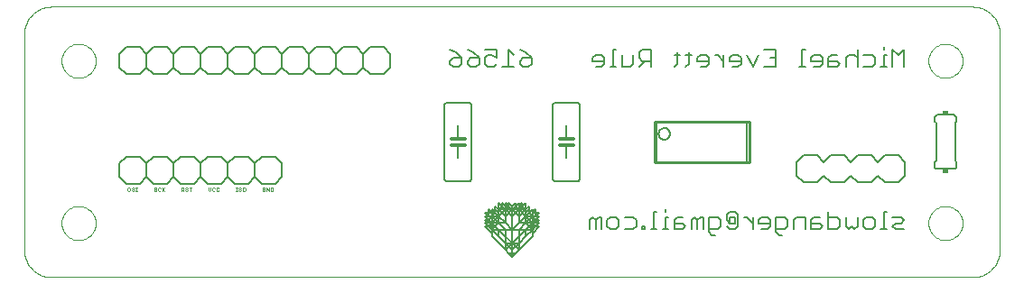
<source format=gbo>
G75*
G70*
%OFA0B0*%
%FSLAX24Y24*%
%IPPOS*%
%LPD*%
%AMOC8*
5,1,8,0,0,1.08239X$1,22.5*
%
%ADD10C,0.0000*%
%ADD11C,0.0020*%
%ADD12C,0.0060*%
%ADD13C,0.0100*%
%ADD14R,0.0200X0.0150*%
%ADD15C,0.0080*%
%ADD16C,0.0120*%
%ADD17C,0.0050*%
D10*
X001811Y000100D02*
X035811Y000100D01*
X035871Y000102D01*
X035932Y000107D01*
X035991Y000116D01*
X036050Y000129D01*
X036109Y000145D01*
X036166Y000165D01*
X036221Y000188D01*
X036276Y000215D01*
X036328Y000244D01*
X036379Y000277D01*
X036428Y000313D01*
X036474Y000351D01*
X036518Y000393D01*
X036560Y000437D01*
X036598Y000483D01*
X036634Y000532D01*
X036667Y000583D01*
X036696Y000635D01*
X036723Y000690D01*
X036746Y000745D01*
X036766Y000802D01*
X036782Y000861D01*
X036795Y000920D01*
X036804Y000979D01*
X036809Y001040D01*
X036811Y001100D01*
X036811Y009100D01*
X036809Y009160D01*
X036804Y009221D01*
X036795Y009280D01*
X036782Y009339D01*
X036766Y009398D01*
X036746Y009455D01*
X036723Y009510D01*
X036696Y009565D01*
X036667Y009617D01*
X036634Y009668D01*
X036598Y009717D01*
X036560Y009763D01*
X036518Y009807D01*
X036474Y009849D01*
X036428Y009887D01*
X036379Y009923D01*
X036328Y009956D01*
X036276Y009985D01*
X036221Y010012D01*
X036166Y010035D01*
X036109Y010055D01*
X036050Y010071D01*
X035991Y010084D01*
X035932Y010093D01*
X035871Y010098D01*
X035811Y010100D01*
X001811Y010100D01*
X001751Y010098D01*
X001690Y010093D01*
X001631Y010084D01*
X001572Y010071D01*
X001513Y010055D01*
X001456Y010035D01*
X001401Y010012D01*
X001346Y009985D01*
X001294Y009956D01*
X001243Y009923D01*
X001194Y009887D01*
X001148Y009849D01*
X001104Y009807D01*
X001062Y009763D01*
X001024Y009717D01*
X000988Y009668D01*
X000955Y009617D01*
X000926Y009565D01*
X000899Y009510D01*
X000876Y009455D01*
X000856Y009398D01*
X000840Y009339D01*
X000827Y009280D01*
X000818Y009221D01*
X000813Y009160D01*
X000811Y009100D01*
X000811Y001100D01*
X000813Y001040D01*
X000818Y000979D01*
X000827Y000920D01*
X000840Y000861D01*
X000856Y000802D01*
X000876Y000745D01*
X000899Y000690D01*
X000926Y000635D01*
X000955Y000583D01*
X000988Y000532D01*
X001024Y000483D01*
X001062Y000437D01*
X001104Y000393D01*
X001148Y000351D01*
X001194Y000313D01*
X001243Y000277D01*
X001294Y000244D01*
X001346Y000215D01*
X001401Y000188D01*
X001456Y000165D01*
X001513Y000145D01*
X001572Y000129D01*
X001631Y000116D01*
X001690Y000107D01*
X001751Y000102D01*
X001811Y000100D01*
X002181Y002100D02*
X002183Y002150D01*
X002189Y002200D01*
X002199Y002249D01*
X002213Y002297D01*
X002230Y002344D01*
X002251Y002389D01*
X002276Y002433D01*
X002304Y002474D01*
X002336Y002513D01*
X002370Y002550D01*
X002407Y002584D01*
X002447Y002614D01*
X002489Y002641D01*
X002533Y002665D01*
X002579Y002686D01*
X002626Y002702D01*
X002674Y002715D01*
X002724Y002724D01*
X002773Y002729D01*
X002824Y002730D01*
X002874Y002727D01*
X002923Y002720D01*
X002972Y002709D01*
X003020Y002694D01*
X003066Y002676D01*
X003111Y002654D01*
X003154Y002628D01*
X003195Y002599D01*
X003234Y002567D01*
X003270Y002532D01*
X003302Y002494D01*
X003332Y002454D01*
X003359Y002411D01*
X003382Y002367D01*
X003401Y002321D01*
X003417Y002273D01*
X003429Y002224D01*
X003437Y002175D01*
X003441Y002125D01*
X003441Y002075D01*
X003437Y002025D01*
X003429Y001976D01*
X003417Y001927D01*
X003401Y001879D01*
X003382Y001833D01*
X003359Y001789D01*
X003332Y001746D01*
X003302Y001706D01*
X003270Y001668D01*
X003234Y001633D01*
X003195Y001601D01*
X003154Y001572D01*
X003111Y001546D01*
X003066Y001524D01*
X003020Y001506D01*
X002972Y001491D01*
X002923Y001480D01*
X002874Y001473D01*
X002824Y001470D01*
X002773Y001471D01*
X002724Y001476D01*
X002674Y001485D01*
X002626Y001498D01*
X002579Y001514D01*
X002533Y001535D01*
X002489Y001559D01*
X002447Y001586D01*
X002407Y001616D01*
X002370Y001650D01*
X002336Y001687D01*
X002304Y001726D01*
X002276Y001767D01*
X002251Y001811D01*
X002230Y001856D01*
X002213Y001903D01*
X002199Y001951D01*
X002189Y002000D01*
X002183Y002050D01*
X002181Y002100D01*
X002181Y008100D02*
X002183Y008150D01*
X002189Y008200D01*
X002199Y008249D01*
X002213Y008297D01*
X002230Y008344D01*
X002251Y008389D01*
X002276Y008433D01*
X002304Y008474D01*
X002336Y008513D01*
X002370Y008550D01*
X002407Y008584D01*
X002447Y008614D01*
X002489Y008641D01*
X002533Y008665D01*
X002579Y008686D01*
X002626Y008702D01*
X002674Y008715D01*
X002724Y008724D01*
X002773Y008729D01*
X002824Y008730D01*
X002874Y008727D01*
X002923Y008720D01*
X002972Y008709D01*
X003020Y008694D01*
X003066Y008676D01*
X003111Y008654D01*
X003154Y008628D01*
X003195Y008599D01*
X003234Y008567D01*
X003270Y008532D01*
X003302Y008494D01*
X003332Y008454D01*
X003359Y008411D01*
X003382Y008367D01*
X003401Y008321D01*
X003417Y008273D01*
X003429Y008224D01*
X003437Y008175D01*
X003441Y008125D01*
X003441Y008075D01*
X003437Y008025D01*
X003429Y007976D01*
X003417Y007927D01*
X003401Y007879D01*
X003382Y007833D01*
X003359Y007789D01*
X003332Y007746D01*
X003302Y007706D01*
X003270Y007668D01*
X003234Y007633D01*
X003195Y007601D01*
X003154Y007572D01*
X003111Y007546D01*
X003066Y007524D01*
X003020Y007506D01*
X002972Y007491D01*
X002923Y007480D01*
X002874Y007473D01*
X002824Y007470D01*
X002773Y007471D01*
X002724Y007476D01*
X002674Y007485D01*
X002626Y007498D01*
X002579Y007514D01*
X002533Y007535D01*
X002489Y007559D01*
X002447Y007586D01*
X002407Y007616D01*
X002370Y007650D01*
X002336Y007687D01*
X002304Y007726D01*
X002276Y007767D01*
X002251Y007811D01*
X002230Y007856D01*
X002213Y007903D01*
X002199Y007951D01*
X002189Y008000D01*
X002183Y008050D01*
X002181Y008100D01*
X034181Y008100D02*
X034183Y008150D01*
X034189Y008200D01*
X034199Y008249D01*
X034213Y008297D01*
X034230Y008344D01*
X034251Y008389D01*
X034276Y008433D01*
X034304Y008474D01*
X034336Y008513D01*
X034370Y008550D01*
X034407Y008584D01*
X034447Y008614D01*
X034489Y008641D01*
X034533Y008665D01*
X034579Y008686D01*
X034626Y008702D01*
X034674Y008715D01*
X034724Y008724D01*
X034773Y008729D01*
X034824Y008730D01*
X034874Y008727D01*
X034923Y008720D01*
X034972Y008709D01*
X035020Y008694D01*
X035066Y008676D01*
X035111Y008654D01*
X035154Y008628D01*
X035195Y008599D01*
X035234Y008567D01*
X035270Y008532D01*
X035302Y008494D01*
X035332Y008454D01*
X035359Y008411D01*
X035382Y008367D01*
X035401Y008321D01*
X035417Y008273D01*
X035429Y008224D01*
X035437Y008175D01*
X035441Y008125D01*
X035441Y008075D01*
X035437Y008025D01*
X035429Y007976D01*
X035417Y007927D01*
X035401Y007879D01*
X035382Y007833D01*
X035359Y007789D01*
X035332Y007746D01*
X035302Y007706D01*
X035270Y007668D01*
X035234Y007633D01*
X035195Y007601D01*
X035154Y007572D01*
X035111Y007546D01*
X035066Y007524D01*
X035020Y007506D01*
X034972Y007491D01*
X034923Y007480D01*
X034874Y007473D01*
X034824Y007470D01*
X034773Y007471D01*
X034724Y007476D01*
X034674Y007485D01*
X034626Y007498D01*
X034579Y007514D01*
X034533Y007535D01*
X034489Y007559D01*
X034447Y007586D01*
X034407Y007616D01*
X034370Y007650D01*
X034336Y007687D01*
X034304Y007726D01*
X034276Y007767D01*
X034251Y007811D01*
X034230Y007856D01*
X034213Y007903D01*
X034199Y007951D01*
X034189Y008000D01*
X034183Y008050D01*
X034181Y008100D01*
X034181Y002100D02*
X034183Y002150D01*
X034189Y002200D01*
X034199Y002249D01*
X034213Y002297D01*
X034230Y002344D01*
X034251Y002389D01*
X034276Y002433D01*
X034304Y002474D01*
X034336Y002513D01*
X034370Y002550D01*
X034407Y002584D01*
X034447Y002614D01*
X034489Y002641D01*
X034533Y002665D01*
X034579Y002686D01*
X034626Y002702D01*
X034674Y002715D01*
X034724Y002724D01*
X034773Y002729D01*
X034824Y002730D01*
X034874Y002727D01*
X034923Y002720D01*
X034972Y002709D01*
X035020Y002694D01*
X035066Y002676D01*
X035111Y002654D01*
X035154Y002628D01*
X035195Y002599D01*
X035234Y002567D01*
X035270Y002532D01*
X035302Y002494D01*
X035332Y002454D01*
X035359Y002411D01*
X035382Y002367D01*
X035401Y002321D01*
X035417Y002273D01*
X035429Y002224D01*
X035437Y002175D01*
X035441Y002125D01*
X035441Y002075D01*
X035437Y002025D01*
X035429Y001976D01*
X035417Y001927D01*
X035401Y001879D01*
X035382Y001833D01*
X035359Y001789D01*
X035332Y001746D01*
X035302Y001706D01*
X035270Y001668D01*
X035234Y001633D01*
X035195Y001601D01*
X035154Y001572D01*
X035111Y001546D01*
X035066Y001524D01*
X035020Y001506D01*
X034972Y001491D01*
X034923Y001480D01*
X034874Y001473D01*
X034824Y001470D01*
X034773Y001471D01*
X034724Y001476D01*
X034674Y001485D01*
X034626Y001498D01*
X034579Y001514D01*
X034533Y001535D01*
X034489Y001559D01*
X034447Y001586D01*
X034407Y001616D01*
X034370Y001650D01*
X034336Y001687D01*
X034304Y001726D01*
X034276Y001767D01*
X034251Y001811D01*
X034230Y001856D01*
X034213Y001903D01*
X034199Y001951D01*
X034189Y002000D01*
X034183Y002050D01*
X034181Y002100D01*
D11*
X009988Y003303D02*
X009988Y003397D01*
X009965Y003420D01*
X009895Y003420D01*
X009895Y003280D01*
X009965Y003280D01*
X009988Y003303D01*
X009841Y003280D02*
X009841Y003420D01*
X009747Y003420D02*
X009841Y003280D01*
X009747Y003280D02*
X009747Y003420D01*
X009693Y003397D02*
X009670Y003420D01*
X009623Y003420D01*
X009600Y003397D01*
X009600Y003303D01*
X009623Y003280D01*
X009670Y003280D01*
X009693Y003303D01*
X009693Y003350D01*
X009647Y003350D01*
X008963Y003303D02*
X008963Y003397D01*
X008940Y003420D01*
X008893Y003420D01*
X008870Y003397D01*
X008870Y003303D01*
X008893Y003280D01*
X008940Y003280D01*
X008963Y003303D01*
X008816Y003303D02*
X008793Y003280D01*
X008746Y003280D01*
X008723Y003303D01*
X008746Y003350D02*
X008793Y003350D01*
X008816Y003327D01*
X008816Y003303D01*
X008746Y003350D02*
X008723Y003373D01*
X008723Y003397D01*
X008746Y003420D01*
X008793Y003420D01*
X008816Y003397D01*
X008671Y003420D02*
X008624Y003420D01*
X008648Y003420D02*
X008648Y003280D01*
X008671Y003280D02*
X008624Y003280D01*
X007988Y003303D02*
X007965Y003280D01*
X007918Y003280D01*
X007895Y003303D01*
X007895Y003397D01*
X007918Y003420D01*
X007965Y003420D01*
X007988Y003397D01*
X007841Y003397D02*
X007817Y003420D01*
X007771Y003420D01*
X007747Y003397D01*
X007747Y003303D01*
X007771Y003280D01*
X007817Y003280D01*
X007841Y003303D01*
X007693Y003327D02*
X007693Y003420D01*
X007600Y003420D02*
X007600Y003327D01*
X007647Y003280D01*
X007693Y003327D01*
X006988Y003420D02*
X006895Y003420D01*
X006941Y003420D02*
X006941Y003280D01*
X006841Y003303D02*
X006817Y003280D01*
X006771Y003280D01*
X006747Y003303D01*
X006771Y003350D02*
X006817Y003350D01*
X006841Y003327D01*
X006841Y003303D01*
X006771Y003350D02*
X006747Y003373D01*
X006747Y003397D01*
X006771Y003420D01*
X006817Y003420D01*
X006841Y003397D01*
X006693Y003397D02*
X006693Y003350D01*
X006670Y003327D01*
X006600Y003327D01*
X006647Y003327D02*
X006693Y003280D01*
X006600Y003280D02*
X006600Y003420D01*
X006670Y003420D01*
X006693Y003397D01*
X005988Y003420D02*
X005895Y003327D01*
X005918Y003350D02*
X005988Y003280D01*
X005895Y003280D02*
X005895Y003420D01*
X005841Y003397D02*
X005817Y003420D01*
X005771Y003420D01*
X005747Y003397D01*
X005747Y003303D01*
X005771Y003280D01*
X005817Y003280D01*
X005841Y003303D01*
X005693Y003303D02*
X005670Y003280D01*
X005623Y003280D01*
X005600Y003303D01*
X005623Y003350D02*
X005670Y003350D01*
X005693Y003327D01*
X005693Y003303D01*
X005623Y003350D02*
X005600Y003373D01*
X005600Y003397D01*
X005623Y003420D01*
X005670Y003420D01*
X005693Y003397D01*
X004966Y003420D02*
X004919Y003420D01*
X004942Y003420D02*
X004942Y003280D01*
X004919Y003280D02*
X004966Y003280D01*
X004865Y003303D02*
X004842Y003280D01*
X004795Y003280D01*
X004772Y003303D01*
X004795Y003350D02*
X004842Y003350D01*
X004865Y003327D01*
X004865Y003303D01*
X004795Y003350D02*
X004772Y003373D01*
X004772Y003397D01*
X004795Y003420D01*
X004842Y003420D01*
X004865Y003397D01*
X004718Y003397D02*
X004718Y003303D01*
X004694Y003280D01*
X004648Y003280D01*
X004624Y003303D01*
X004624Y003397D01*
X004648Y003420D01*
X004694Y003420D01*
X004718Y003397D01*
D12*
X016311Y003750D02*
X016311Y006450D01*
X016313Y006467D01*
X016317Y006484D01*
X016324Y006500D01*
X016334Y006514D01*
X016347Y006527D01*
X016361Y006537D01*
X016377Y006544D01*
X016394Y006548D01*
X016411Y006550D01*
X017211Y006550D01*
X017228Y006548D01*
X017245Y006544D01*
X017261Y006537D01*
X017275Y006527D01*
X017288Y006514D01*
X017298Y006500D01*
X017305Y006484D01*
X017309Y006467D01*
X017311Y006450D01*
X017311Y003750D01*
X017309Y003733D01*
X017305Y003716D01*
X017298Y003700D01*
X017288Y003686D01*
X017275Y003673D01*
X017261Y003663D01*
X017245Y003656D01*
X017228Y003652D01*
X017211Y003650D01*
X016411Y003650D01*
X016394Y003652D01*
X016377Y003656D01*
X016361Y003663D01*
X016347Y003673D01*
X016334Y003686D01*
X016324Y003700D01*
X016317Y003716D01*
X016313Y003733D01*
X016311Y003750D01*
X016811Y004500D02*
X016811Y004970D01*
X016811Y005220D02*
X016811Y005700D01*
X020311Y006450D02*
X020311Y003750D01*
X020313Y003733D01*
X020317Y003716D01*
X020324Y003700D01*
X020334Y003686D01*
X020347Y003673D01*
X020361Y003663D01*
X020377Y003656D01*
X020394Y003652D01*
X020411Y003650D01*
X021211Y003650D01*
X021228Y003652D01*
X021245Y003656D01*
X021261Y003663D01*
X021275Y003673D01*
X021288Y003686D01*
X021298Y003700D01*
X021305Y003716D01*
X021309Y003733D01*
X021311Y003750D01*
X021311Y006450D01*
X021309Y006467D01*
X021305Y006484D01*
X021298Y006500D01*
X021288Y006514D01*
X021275Y006527D01*
X021261Y006537D01*
X021245Y006544D01*
X021228Y006548D01*
X021211Y006550D01*
X020411Y006550D01*
X020394Y006548D01*
X020377Y006544D01*
X020361Y006537D01*
X020347Y006527D01*
X020334Y006514D01*
X020324Y006500D01*
X020317Y006484D01*
X020313Y006467D01*
X020311Y006450D01*
X020811Y005700D02*
X020811Y005220D01*
X020811Y004970D02*
X020811Y004500D01*
X024131Y004395D02*
X024131Y005805D01*
X024221Y005405D02*
X024223Y005434D01*
X024229Y005462D01*
X024238Y005489D01*
X024252Y005514D01*
X024268Y005538D01*
X024288Y005558D01*
X024310Y005577D01*
X024334Y005591D01*
X024361Y005603D01*
X024388Y005611D01*
X024417Y005615D01*
X024445Y005615D01*
X024474Y005611D01*
X024501Y005603D01*
X024528Y005591D01*
X024552Y005577D01*
X024574Y005558D01*
X024594Y005538D01*
X024610Y005514D01*
X024624Y005489D01*
X024633Y005462D01*
X024639Y005434D01*
X024641Y005405D01*
X024639Y005376D01*
X024633Y005348D01*
X024624Y005321D01*
X024610Y005296D01*
X024594Y005272D01*
X024574Y005252D01*
X024552Y005233D01*
X024528Y005219D01*
X024501Y005207D01*
X024474Y005199D01*
X024445Y005195D01*
X024417Y005195D01*
X024388Y005199D01*
X024361Y005207D01*
X024334Y005219D01*
X024310Y005233D01*
X024288Y005252D01*
X024268Y005272D01*
X024252Y005296D01*
X024238Y005321D01*
X024229Y005348D01*
X024223Y005376D01*
X024221Y005405D01*
X027491Y005805D02*
X027491Y004395D01*
X024473Y002627D02*
X024473Y002521D01*
X024150Y002521D02*
X024043Y002521D01*
X024043Y001880D01*
X024150Y001880D02*
X023936Y001880D01*
X023720Y001880D02*
X023613Y001880D01*
X023613Y001987D01*
X023720Y001987D01*
X023720Y001880D01*
X023398Y001987D02*
X023291Y001880D01*
X022971Y001880D01*
X022753Y001987D02*
X022646Y001880D01*
X022433Y001880D01*
X022326Y001987D01*
X022326Y002200D01*
X022433Y002307D01*
X022646Y002307D01*
X022753Y002200D01*
X022753Y001987D01*
X023291Y002307D02*
X023398Y002200D01*
X023398Y001987D01*
X023291Y002307D02*
X022971Y002307D01*
X022109Y002307D02*
X022002Y002307D01*
X021895Y002200D01*
X021788Y002307D01*
X021682Y002200D01*
X021682Y001880D01*
X021895Y001880D02*
X021895Y002200D01*
X022109Y002307D02*
X022109Y001880D01*
X024366Y001880D02*
X024579Y001880D01*
X024473Y001880D02*
X024473Y002307D01*
X024579Y002307D01*
X024797Y002200D02*
X024797Y001880D01*
X025117Y001880D01*
X025224Y001987D01*
X025117Y002094D01*
X024797Y002094D01*
X024797Y002200D02*
X024904Y002307D01*
X025117Y002307D01*
X025442Y002200D02*
X025442Y001880D01*
X025655Y001880D02*
X025655Y002200D01*
X025548Y002307D01*
X025442Y002200D01*
X025655Y002200D02*
X025762Y002307D01*
X025869Y002307D01*
X025869Y001880D01*
X026086Y001880D02*
X026406Y001880D01*
X026513Y001987D01*
X026513Y002200D01*
X026406Y002307D01*
X026086Y002307D01*
X026086Y001773D01*
X026193Y001666D01*
X026300Y001666D01*
X026731Y001987D02*
X026837Y001880D01*
X027051Y001880D01*
X027158Y001987D01*
X027158Y002414D01*
X027051Y002521D01*
X026837Y002521D01*
X026731Y002414D01*
X026731Y002200D01*
X026837Y002094D01*
X026837Y002307D01*
X027051Y002307D01*
X027051Y002094D01*
X026837Y002094D01*
X027374Y002307D02*
X027481Y002307D01*
X027695Y002094D01*
X027912Y002094D02*
X028339Y002094D01*
X028339Y002200D02*
X028339Y001987D01*
X028233Y001880D01*
X028019Y001880D01*
X027695Y001880D02*
X027695Y002307D01*
X027912Y002200D02*
X028019Y002307D01*
X028233Y002307D01*
X028339Y002200D01*
X028557Y002307D02*
X028877Y002307D01*
X028984Y002200D01*
X028984Y001987D01*
X028877Y001880D01*
X028557Y001880D01*
X028557Y001773D02*
X028557Y002307D01*
X029201Y002200D02*
X029201Y001880D01*
X029628Y001880D02*
X029628Y002307D01*
X029308Y002307D01*
X029201Y002200D01*
X029846Y002200D02*
X029846Y001880D01*
X030166Y001880D01*
X030273Y001987D01*
X030166Y002094D01*
X029846Y002094D01*
X029846Y002200D02*
X029953Y002307D01*
X030166Y002307D01*
X030490Y002307D02*
X030811Y002307D01*
X030918Y002200D01*
X030918Y001987D01*
X030811Y001880D01*
X030490Y001880D01*
X030490Y002521D01*
X031135Y002307D02*
X031135Y001987D01*
X031242Y001880D01*
X031349Y001987D01*
X031455Y001880D01*
X031562Y001987D01*
X031562Y002307D01*
X031780Y002200D02*
X031886Y002307D01*
X032100Y002307D01*
X032207Y002200D01*
X032207Y001987D01*
X032100Y001880D01*
X031886Y001880D01*
X031780Y001987D01*
X031780Y002200D01*
X032423Y001880D02*
X032636Y001880D01*
X032530Y001880D02*
X032530Y002521D01*
X032636Y002521D01*
X032854Y002307D02*
X033174Y002307D01*
X033281Y002200D01*
X033174Y002094D01*
X032961Y002094D01*
X032854Y001987D01*
X032961Y001880D01*
X033281Y001880D01*
X028770Y001666D02*
X028664Y001666D01*
X028557Y001773D01*
X027912Y002094D02*
X027912Y002200D01*
X034511Y004100D02*
X035111Y004100D01*
X035128Y004102D01*
X035145Y004106D01*
X035161Y004113D01*
X035175Y004123D01*
X035188Y004136D01*
X035198Y004150D01*
X035205Y004166D01*
X035209Y004183D01*
X035211Y004200D01*
X035211Y004350D01*
X035161Y004400D01*
X035161Y005800D01*
X035211Y005850D01*
X035211Y006000D01*
X035209Y006017D01*
X035205Y006034D01*
X035198Y006050D01*
X035188Y006064D01*
X035175Y006077D01*
X035161Y006087D01*
X035145Y006094D01*
X035128Y006098D01*
X035111Y006100D01*
X034511Y006100D01*
X034494Y006098D01*
X034477Y006094D01*
X034461Y006087D01*
X034447Y006077D01*
X034434Y006064D01*
X034424Y006050D01*
X034417Y006034D01*
X034413Y006017D01*
X034411Y006000D01*
X034411Y005850D01*
X034461Y005800D01*
X034461Y004400D01*
X034411Y004350D01*
X034411Y004200D01*
X034413Y004183D01*
X034417Y004166D01*
X034424Y004150D01*
X034434Y004136D01*
X034447Y004123D01*
X034461Y004113D01*
X034477Y004106D01*
X034494Y004102D01*
X034511Y004100D01*
X033281Y007880D02*
X033281Y008521D01*
X033067Y008307D01*
X032854Y008521D01*
X032854Y007880D01*
X032636Y007880D02*
X032423Y007880D01*
X032530Y007880D02*
X032530Y008307D01*
X032636Y008307D01*
X032207Y008200D02*
X032207Y007987D01*
X032100Y007880D01*
X031780Y007880D01*
X031562Y007880D02*
X031562Y008521D01*
X031455Y008307D02*
X031242Y008307D01*
X031135Y008200D01*
X031135Y007880D01*
X030918Y007987D02*
X030811Y008094D01*
X030490Y008094D01*
X030490Y008200D02*
X030490Y007880D01*
X030811Y007880D01*
X030918Y007987D01*
X030273Y007987D02*
X030273Y008200D01*
X030166Y008307D01*
X029953Y008307D01*
X029846Y008200D01*
X029846Y008094D01*
X030273Y008094D01*
X030273Y007987D02*
X030166Y007880D01*
X029953Y007880D01*
X029628Y007880D02*
X029415Y007880D01*
X029522Y007880D02*
X029522Y008521D01*
X029628Y008521D01*
X030490Y008200D02*
X030597Y008307D01*
X030811Y008307D01*
X031455Y008307D02*
X031562Y008200D01*
X031780Y008307D02*
X032100Y008307D01*
X032207Y008200D01*
X032530Y008521D02*
X032530Y008627D01*
X028554Y008521D02*
X028554Y007880D01*
X028127Y007880D01*
X027696Y007880D02*
X027483Y008307D01*
X027265Y008200D02*
X027158Y008307D01*
X026945Y008307D01*
X026838Y008200D01*
X026838Y008094D01*
X027265Y008094D01*
X027265Y008200D02*
X027265Y007987D01*
X027158Y007880D01*
X026945Y007880D01*
X026621Y007880D02*
X026621Y008307D01*
X026621Y008094D02*
X026407Y008307D01*
X026300Y008307D01*
X026083Y008200D02*
X025977Y008307D01*
X025763Y008307D01*
X025656Y008200D01*
X025656Y008094D01*
X026083Y008094D01*
X026083Y008200D02*
X026083Y007987D01*
X025977Y007880D01*
X025763Y007880D01*
X025332Y007987D02*
X025225Y007880D01*
X025332Y007987D02*
X025332Y008414D01*
X025439Y008307D02*
X025225Y008307D01*
X025009Y008307D02*
X024796Y008307D01*
X024902Y008414D02*
X024902Y007987D01*
X024796Y007880D01*
X023935Y007880D02*
X023935Y008521D01*
X023615Y008521D01*
X023508Y008414D01*
X023508Y008200D01*
X023615Y008094D01*
X023935Y008094D01*
X023721Y008094D02*
X023508Y007880D01*
X023290Y007987D02*
X023184Y007880D01*
X022863Y007880D01*
X022863Y008307D01*
X022216Y008200D02*
X022109Y008307D01*
X021896Y008307D01*
X021789Y008200D01*
X021789Y008094D01*
X022216Y008094D01*
X022216Y008200D02*
X022216Y007987D01*
X022109Y007880D01*
X021896Y007880D01*
X022432Y007880D02*
X022646Y007880D01*
X022539Y007880D02*
X022539Y008521D01*
X022646Y008521D01*
X023290Y008307D02*
X023290Y007987D01*
X019531Y007987D02*
X019424Y007880D01*
X019211Y007880D01*
X019104Y007987D01*
X019104Y008094D01*
X019211Y008200D01*
X019531Y008200D01*
X019531Y007987D01*
X018886Y007880D02*
X018459Y007880D01*
X018673Y007880D02*
X018673Y008521D01*
X018886Y008307D01*
X019104Y008521D02*
X019317Y008414D01*
X019531Y008200D01*
X018242Y008200D02*
X018242Y008521D01*
X017815Y008521D01*
X017597Y008200D02*
X017384Y008414D01*
X017170Y008521D01*
X016953Y008200D02*
X016739Y008414D01*
X016526Y008521D01*
X016632Y008200D02*
X016953Y008200D01*
X016953Y007987D01*
X016846Y007880D01*
X016632Y007880D01*
X016526Y007987D01*
X016526Y008094D01*
X016632Y008200D01*
X017170Y008094D02*
X017277Y008200D01*
X017597Y008200D01*
X017597Y007987D01*
X017490Y007880D01*
X017277Y007880D01*
X017170Y007987D01*
X017170Y008094D01*
X017815Y008200D02*
X017921Y008307D01*
X018028Y008307D01*
X018242Y008200D01*
X017815Y008200D02*
X017815Y007987D01*
X017921Y007880D01*
X018135Y007880D01*
X018242Y007987D01*
X014311Y007850D02*
X014061Y007600D01*
X013561Y007600D01*
X013311Y007850D01*
X013061Y007600D01*
X012561Y007600D01*
X012311Y007850D01*
X012061Y007600D01*
X011561Y007600D01*
X011311Y007850D01*
X011061Y007600D01*
X010561Y007600D01*
X010311Y007850D01*
X010061Y007600D01*
X009561Y007600D01*
X009311Y007850D01*
X009311Y008350D01*
X009561Y008600D01*
X010061Y008600D01*
X010311Y008350D01*
X010311Y007850D01*
X010311Y008350D01*
X010561Y008600D01*
X011061Y008600D01*
X011311Y008350D01*
X011311Y007850D01*
X011311Y008350D01*
X011561Y008600D01*
X012061Y008600D01*
X012311Y008350D01*
X012311Y007850D01*
X012311Y008350D01*
X012561Y008600D01*
X013061Y008600D01*
X013311Y008350D01*
X013311Y007850D01*
X013311Y008350D01*
X013561Y008600D01*
X014061Y008600D01*
X014311Y008350D01*
X014311Y007850D01*
X009311Y007850D02*
X009061Y007600D01*
X008561Y007600D01*
X008311Y007850D01*
X008061Y007600D01*
X007561Y007600D01*
X007311Y007850D01*
X007061Y007600D01*
X006561Y007600D01*
X006311Y007850D01*
X006061Y007600D01*
X005561Y007600D01*
X005311Y007850D01*
X005061Y007600D01*
X004561Y007600D01*
X004311Y007850D01*
X004311Y008350D01*
X004561Y008600D01*
X005061Y008600D01*
X005311Y008350D01*
X005311Y007850D01*
X005311Y008350D01*
X005561Y008600D01*
X006061Y008600D01*
X006311Y008350D01*
X006311Y007850D01*
X006311Y008350D01*
X006561Y008600D01*
X007061Y008600D01*
X007311Y008350D01*
X007311Y007850D01*
X007311Y008350D01*
X007561Y008600D01*
X008061Y008600D01*
X008311Y008350D01*
X008311Y007850D01*
X008311Y008350D01*
X008561Y008600D01*
X009061Y008600D01*
X009311Y008350D01*
X009311Y007850D01*
X027696Y007880D02*
X027910Y008307D01*
X028341Y008200D02*
X028554Y008200D01*
X028554Y008521D02*
X028127Y008521D01*
D13*
X027561Y005850D02*
X024061Y005850D01*
X024061Y004350D01*
X027561Y004350D01*
X027561Y005850D01*
D14*
X034811Y006175D03*
X034811Y004025D03*
D15*
X033311Y003850D02*
X033311Y004350D01*
X033061Y004600D01*
X032561Y004600D01*
X032311Y004350D01*
X032061Y004600D01*
X031561Y004600D01*
X031311Y004350D01*
X031061Y004600D01*
X030561Y004600D01*
X030311Y004350D01*
X030061Y004600D01*
X029561Y004600D01*
X029311Y004350D01*
X029311Y003850D01*
X029561Y003600D01*
X030061Y003600D01*
X030311Y003850D01*
X030561Y003600D01*
X031061Y003600D01*
X031311Y003850D01*
X031561Y003600D01*
X032061Y003600D01*
X032311Y003850D01*
X032561Y003600D01*
X033061Y003600D01*
X033311Y003850D01*
X010311Y003800D02*
X010061Y003550D01*
X009561Y003550D01*
X009311Y003800D01*
X009311Y004300D01*
X009061Y004550D01*
X008561Y004550D01*
X008311Y004300D01*
X008311Y003800D01*
X008561Y003550D01*
X009061Y003550D01*
X009311Y003800D01*
X010311Y003800D02*
X010311Y004300D01*
X010061Y004550D01*
X009561Y004550D01*
X009311Y004300D01*
X008311Y004300D02*
X008061Y004550D01*
X007561Y004550D01*
X007311Y004300D01*
X007311Y003800D01*
X007561Y003550D01*
X008061Y003550D01*
X008311Y003800D01*
X007311Y003800D02*
X007061Y003550D01*
X006561Y003550D01*
X006311Y003800D01*
X006311Y004300D01*
X006061Y004550D01*
X005561Y004550D01*
X005311Y004300D01*
X005311Y003800D01*
X005561Y003550D01*
X006061Y003550D01*
X006311Y003800D01*
X005311Y003800D02*
X005061Y003550D01*
X004561Y003550D01*
X004311Y003800D01*
X004311Y004300D01*
X004561Y004550D01*
X005061Y004550D01*
X005311Y004300D01*
X006311Y004300D02*
X006561Y004550D01*
X007061Y004550D01*
X007311Y004300D01*
D16*
X016561Y004970D02*
X016811Y004970D01*
X017061Y004970D01*
X017061Y005220D02*
X016811Y005220D01*
X016561Y005220D01*
X020561Y005220D02*
X020811Y005220D01*
X021061Y005220D01*
X021061Y004970D02*
X020811Y004970D01*
X020561Y004970D01*
D17*
X019311Y002850D02*
X019311Y002600D01*
X019436Y002725D01*
X019436Y002600D01*
X019311Y002475D01*
X019311Y002600D01*
X019186Y002725D01*
X019186Y002850D01*
X019061Y002725D01*
X019061Y002850D01*
X018936Y002725D01*
X019061Y002600D01*
X018561Y002600D01*
X018311Y002350D01*
X017936Y001975D01*
X018186Y001975D01*
X018311Y001850D01*
X018311Y001600D01*
X018061Y001850D01*
X018061Y002100D01*
X018061Y002350D01*
X017936Y002225D01*
X017811Y002225D01*
X017936Y002100D01*
X017811Y002100D01*
X017936Y001975D01*
X017811Y001975D01*
X018061Y001725D01*
X018061Y001600D01*
X018561Y001100D01*
X018561Y001850D01*
X018311Y001850D01*
X019061Y001100D01*
X019061Y001350D01*
X019061Y001850D01*
X019311Y001850D01*
X019311Y001600D01*
X019561Y001850D01*
X019561Y002100D01*
X019561Y002350D01*
X019436Y002475D01*
X019436Y002600D01*
X019561Y002600D02*
X019561Y002475D01*
X019686Y002600D01*
X019686Y002475D01*
X019811Y002475D01*
X019686Y002350D01*
X019686Y002475D01*
X019561Y002475D01*
X019561Y002350D01*
X019686Y002225D01*
X019811Y002225D01*
X019686Y002100D01*
X019811Y002100D01*
X019686Y001975D01*
X019311Y002350D01*
X019061Y002600D01*
X019311Y002600D01*
X019061Y002350D01*
X018811Y002600D01*
X018561Y002350D01*
X018311Y002600D01*
X018186Y002725D01*
X018186Y002600D01*
X018186Y002475D01*
X018061Y002350D01*
X018311Y002350D01*
X018311Y002100D01*
X018561Y001850D01*
X018811Y001850D01*
X019061Y001850D01*
X019311Y002100D01*
X019311Y002350D01*
X019561Y002350D01*
X019686Y002350D01*
X019811Y002350D01*
X019686Y002225D01*
X019561Y002100D01*
X019436Y001975D01*
X019686Y001975D01*
X019811Y001975D01*
X019561Y001725D01*
X019561Y001600D01*
X019061Y001100D01*
X018936Y000975D01*
X018686Y000975D01*
X018561Y001100D01*
X019311Y001850D01*
X019436Y001975D01*
X019561Y001850D01*
X019311Y001850D01*
X019436Y001975D02*
X019311Y002100D01*
X019561Y002350D01*
X019436Y002475D02*
X019311Y002350D01*
X019311Y002475D01*
X019436Y002475D02*
X019561Y002600D01*
X019311Y002850D02*
X019186Y002725D01*
X019061Y002600D01*
X019061Y002725D01*
X019061Y002600D02*
X019061Y002350D01*
X019061Y002100D01*
X019311Y002100D01*
X019561Y002100D01*
X019686Y002100D01*
X019686Y001975D02*
X019561Y001850D01*
X019561Y001725D01*
X019311Y001600D02*
X019061Y001350D01*
X018561Y001350D01*
X018311Y001600D01*
X018061Y001725D02*
X018061Y001850D01*
X018311Y001850D01*
X018186Y001975D02*
X018061Y002100D01*
X017936Y002225D01*
X017811Y002350D01*
X017936Y002350D01*
X017811Y002475D01*
X017936Y002475D01*
X017936Y002600D01*
X018061Y002475D01*
X017936Y002475D01*
X017936Y002350D01*
X018061Y002350D01*
X018061Y002475D01*
X018061Y002600D01*
X018186Y002475D01*
X018311Y002350D01*
X018311Y002475D01*
X018186Y002600D01*
X018311Y002600D02*
X018436Y002725D01*
X018436Y002850D01*
X018561Y002725D01*
X018561Y002600D01*
X018311Y002600D01*
X018311Y002850D01*
X018436Y002725D01*
X018561Y002600D01*
X018686Y002725D01*
X018686Y002850D01*
X018811Y002725D01*
X018811Y002600D01*
X018811Y002350D01*
X019061Y002600D01*
X018936Y002725D02*
X018936Y002850D01*
X018811Y002725D01*
X018936Y002725D02*
X018811Y002600D01*
X018686Y002725D01*
X018561Y002850D01*
X018561Y002725D01*
X018561Y002600D02*
X018561Y002350D01*
X018561Y002100D01*
X018311Y002100D01*
X018186Y001975D01*
X018061Y001850D01*
X017936Y001975D01*
X017936Y002100D02*
X018061Y002100D01*
X018311Y002100D01*
X018061Y002350D01*
X018311Y002350D02*
X018561Y002100D01*
X018811Y001850D01*
X019061Y002100D01*
X019311Y002350D01*
X018811Y002350D02*
X018561Y002600D01*
X018311Y002600D02*
X018311Y002475D01*
X018811Y002350D02*
X018811Y001850D01*
X018811Y001100D01*
X019061Y001350D01*
X018811Y001100D02*
X018561Y001350D01*
X018811Y001100D02*
X018811Y000850D01*
X018686Y000975D01*
X018811Y000850D02*
X018936Y000975D01*
M02*

</source>
